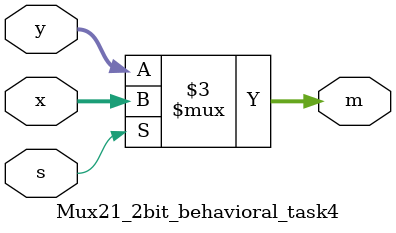
<source format=v>
`timescale 1ns / 1ps


module Mux21_2bit_behavioral_task4(
    input [1:0] x, y,
    input s,
    output reg [1:0] m
    );
    
    always @ (x or y or s) begin
        if(s)
            m = x;
        else
            m = y;
        end
    
endmodule

</source>
